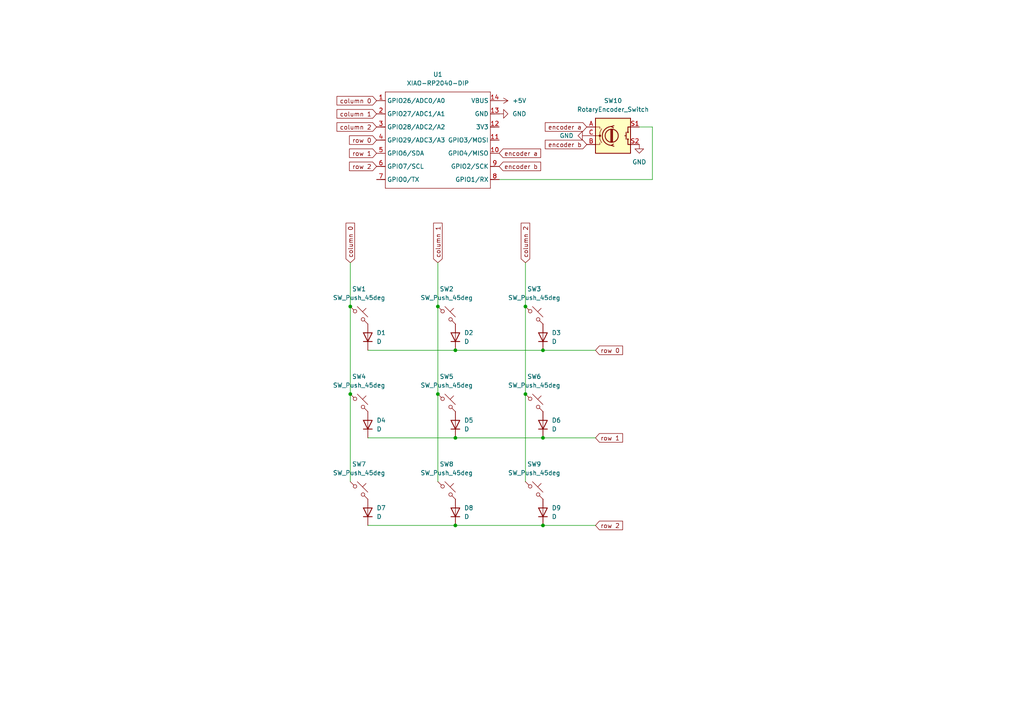
<source format=kicad_sch>
(kicad_sch
	(version 20231120)
	(generator "eeschema")
	(generator_version "8.0")
	(uuid "245dcc82-0a19-49e7-bea1-3fae968f0464")
	(paper "A4")
	(lib_symbols
		(symbol "Device:D"
			(pin_numbers hide)
			(pin_names
				(offset 1.016) hide)
			(exclude_from_sim no)
			(in_bom yes)
			(on_board yes)
			(property "Reference" "D"
				(at 0 2.54 0)
				(effects
					(font
						(size 1.27 1.27)
					)
				)
			)
			(property "Value" "D"
				(at 0 -2.54 0)
				(effects
					(font
						(size 1.27 1.27)
					)
				)
			)
			(property "Footprint" ""
				(at 0 0 0)
				(effects
					(font
						(size 1.27 1.27)
					)
					(hide yes)
				)
			)
			(property "Datasheet" "~"
				(at 0 0 0)
				(effects
					(font
						(size 1.27 1.27)
					)
					(hide yes)
				)
			)
			(property "Description" "Diode"
				(at 0 0 0)
				(effects
					(font
						(size 1.27 1.27)
					)
					(hide yes)
				)
			)
			(property "Sim.Device" "D"
				(at 0 0 0)
				(effects
					(font
						(size 1.27 1.27)
					)
					(hide yes)
				)
			)
			(property "Sim.Pins" "1=K 2=A"
				(at 0 0 0)
				(effects
					(font
						(size 1.27 1.27)
					)
					(hide yes)
				)
			)
			(property "ki_keywords" "diode"
				(at 0 0 0)
				(effects
					(font
						(size 1.27 1.27)
					)
					(hide yes)
				)
			)
			(property "ki_fp_filters" "TO-???* *_Diode_* *SingleDiode* D_*"
				(at 0 0 0)
				(effects
					(font
						(size 1.27 1.27)
					)
					(hide yes)
				)
			)
			(symbol "D_0_1"
				(polyline
					(pts
						(xy -1.27 1.27) (xy -1.27 -1.27)
					)
					(stroke
						(width 0.254)
						(type default)
					)
					(fill
						(type none)
					)
				)
				(polyline
					(pts
						(xy 1.27 0) (xy -1.27 0)
					)
					(stroke
						(width 0)
						(type default)
					)
					(fill
						(type none)
					)
				)
				(polyline
					(pts
						(xy 1.27 1.27) (xy 1.27 -1.27) (xy -1.27 0) (xy 1.27 1.27)
					)
					(stroke
						(width 0.254)
						(type default)
					)
					(fill
						(type none)
					)
				)
			)
			(symbol "D_1_1"
				(pin passive line
					(at -3.81 0 0)
					(length 2.54)
					(name "K"
						(effects
							(font
								(size 1.27 1.27)
							)
						)
					)
					(number "1"
						(effects
							(font
								(size 1.27 1.27)
							)
						)
					)
				)
				(pin passive line
					(at 3.81 0 180)
					(length 2.54)
					(name "A"
						(effects
							(font
								(size 1.27 1.27)
							)
						)
					)
					(number "2"
						(effects
							(font
								(size 1.27 1.27)
							)
						)
					)
				)
			)
		)
		(symbol "Device:RotaryEncoder_Switch"
			(pin_names
				(offset 0.254) hide)
			(exclude_from_sim no)
			(in_bom yes)
			(on_board yes)
			(property "Reference" "SW"
				(at 0 6.604 0)
				(effects
					(font
						(size 1.27 1.27)
					)
				)
			)
			(property "Value" "RotaryEncoder_Switch"
				(at 0 -6.604 0)
				(effects
					(font
						(size 1.27 1.27)
					)
				)
			)
			(property "Footprint" ""
				(at -3.81 4.064 0)
				(effects
					(font
						(size 1.27 1.27)
					)
					(hide yes)
				)
			)
			(property "Datasheet" "~"
				(at 0 6.604 0)
				(effects
					(font
						(size 1.27 1.27)
					)
					(hide yes)
				)
			)
			(property "Description" "Rotary encoder, dual channel, incremental quadrate outputs, with switch"
				(at 0 0 0)
				(effects
					(font
						(size 1.27 1.27)
					)
					(hide yes)
				)
			)
			(property "ki_keywords" "rotary switch encoder switch push button"
				(at 0 0 0)
				(effects
					(font
						(size 1.27 1.27)
					)
					(hide yes)
				)
			)
			(property "ki_fp_filters" "RotaryEncoder*Switch*"
				(at 0 0 0)
				(effects
					(font
						(size 1.27 1.27)
					)
					(hide yes)
				)
			)
			(symbol "RotaryEncoder_Switch_0_1"
				(rectangle
					(start -5.08 5.08)
					(end 5.08 -5.08)
					(stroke
						(width 0.254)
						(type default)
					)
					(fill
						(type background)
					)
				)
				(circle
					(center -3.81 0)
					(radius 0.254)
					(stroke
						(width 0)
						(type default)
					)
					(fill
						(type outline)
					)
				)
				(circle
					(center -0.381 0)
					(radius 1.905)
					(stroke
						(width 0.254)
						(type default)
					)
					(fill
						(type none)
					)
				)
				(arc
					(start -0.381 2.667)
					(mid -3.0988 -0.0635)
					(end -0.381 -2.794)
					(stroke
						(width 0.254)
						(type default)
					)
					(fill
						(type none)
					)
				)
				(polyline
					(pts
						(xy -0.635 -1.778) (xy -0.635 1.778)
					)
					(stroke
						(width 0.254)
						(type default)
					)
					(fill
						(type none)
					)
				)
				(polyline
					(pts
						(xy -0.381 -1.778) (xy -0.381 1.778)
					)
					(stroke
						(width 0.254)
						(type default)
					)
					(fill
						(type none)
					)
				)
				(polyline
					(pts
						(xy -0.127 1.778) (xy -0.127 -1.778)
					)
					(stroke
						(width 0.254)
						(type default)
					)
					(fill
						(type none)
					)
				)
				(polyline
					(pts
						(xy 3.81 0) (xy 3.429 0)
					)
					(stroke
						(width 0.254)
						(type default)
					)
					(fill
						(type none)
					)
				)
				(polyline
					(pts
						(xy 3.81 1.016) (xy 3.81 -1.016)
					)
					(stroke
						(width 0.254)
						(type default)
					)
					(fill
						(type none)
					)
				)
				(polyline
					(pts
						(xy -5.08 -2.54) (xy -3.81 -2.54) (xy -3.81 -2.032)
					)
					(stroke
						(width 0)
						(type default)
					)
					(fill
						(type none)
					)
				)
				(polyline
					(pts
						(xy -5.08 2.54) (xy -3.81 2.54) (xy -3.81 2.032)
					)
					(stroke
						(width 0)
						(type default)
					)
					(fill
						(type none)
					)
				)
				(polyline
					(pts
						(xy 0.254 -3.048) (xy -0.508 -2.794) (xy 0.127 -2.413)
					)
					(stroke
						(width 0.254)
						(type default)
					)
					(fill
						(type none)
					)
				)
				(polyline
					(pts
						(xy 0.254 2.921) (xy -0.508 2.667) (xy 0.127 2.286)
					)
					(stroke
						(width 0.254)
						(type default)
					)
					(fill
						(type none)
					)
				)
				(polyline
					(pts
						(xy 5.08 -2.54) (xy 4.318 -2.54) (xy 4.318 -1.016)
					)
					(stroke
						(width 0.254)
						(type default)
					)
					(fill
						(type none)
					)
				)
				(polyline
					(pts
						(xy 5.08 2.54) (xy 4.318 2.54) (xy 4.318 1.016)
					)
					(stroke
						(width 0.254)
						(type default)
					)
					(fill
						(type none)
					)
				)
				(polyline
					(pts
						(xy -5.08 0) (xy -3.81 0) (xy -3.81 -1.016) (xy -3.302 -2.032)
					)
					(stroke
						(width 0)
						(type default)
					)
					(fill
						(type none)
					)
				)
				(polyline
					(pts
						(xy -4.318 0) (xy -3.81 0) (xy -3.81 1.016) (xy -3.302 2.032)
					)
					(stroke
						(width 0)
						(type default)
					)
					(fill
						(type none)
					)
				)
				(circle
					(center 4.318 -1.016)
					(radius 0.127)
					(stroke
						(width 0.254)
						(type default)
					)
					(fill
						(type none)
					)
				)
				(circle
					(center 4.318 1.016)
					(radius 0.127)
					(stroke
						(width 0.254)
						(type default)
					)
					(fill
						(type none)
					)
				)
			)
			(symbol "RotaryEncoder_Switch_1_1"
				(pin passive line
					(at -7.62 2.54 0)
					(length 2.54)
					(name "A"
						(effects
							(font
								(size 1.27 1.27)
							)
						)
					)
					(number "A"
						(effects
							(font
								(size 1.27 1.27)
							)
						)
					)
				)
				(pin passive line
					(at -7.62 -2.54 0)
					(length 2.54)
					(name "B"
						(effects
							(font
								(size 1.27 1.27)
							)
						)
					)
					(number "B"
						(effects
							(font
								(size 1.27 1.27)
							)
						)
					)
				)
				(pin passive line
					(at -7.62 0 0)
					(length 2.54)
					(name "C"
						(effects
							(font
								(size 1.27 1.27)
							)
						)
					)
					(number "C"
						(effects
							(font
								(size 1.27 1.27)
							)
						)
					)
				)
				(pin passive line
					(at 7.62 2.54 180)
					(length 2.54)
					(name "S1"
						(effects
							(font
								(size 1.27 1.27)
							)
						)
					)
					(number "S1"
						(effects
							(font
								(size 1.27 1.27)
							)
						)
					)
				)
				(pin passive line
					(at 7.62 -2.54 180)
					(length 2.54)
					(name "S2"
						(effects
							(font
								(size 1.27 1.27)
							)
						)
					)
					(number "S2"
						(effects
							(font
								(size 1.27 1.27)
							)
						)
					)
				)
			)
		)
		(symbol "OPL:XIAO-RP2040-DIP"
			(exclude_from_sim no)
			(in_bom yes)
			(on_board yes)
			(property "Reference" "U"
				(at 0 0 0)
				(effects
					(font
						(size 1.27 1.27)
					)
				)
			)
			(property "Value" "XIAO-RP2040-DIP"
				(at 5.334 -1.778 0)
				(effects
					(font
						(size 1.27 1.27)
					)
				)
			)
			(property "Footprint" "Module:MOUDLE14P-XIAO-DIP-SMD"
				(at 14.478 -32.258 0)
				(effects
					(font
						(size 1.27 1.27)
					)
					(hide yes)
				)
			)
			(property "Datasheet" ""
				(at 0 0 0)
				(effects
					(font
						(size 1.27 1.27)
					)
					(hide yes)
				)
			)
			(property "Description" ""
				(at 0 0 0)
				(effects
					(font
						(size 1.27 1.27)
					)
					(hide yes)
				)
			)
			(symbol "XIAO-RP2040-DIP_1_0"
				(polyline
					(pts
						(xy -1.27 -30.48) (xy -1.27 -16.51)
					)
					(stroke
						(width 0.1524)
						(type solid)
					)
					(fill
						(type none)
					)
				)
				(polyline
					(pts
						(xy -1.27 -27.94) (xy -2.54 -27.94)
					)
					(stroke
						(width 0.1524)
						(type solid)
					)
					(fill
						(type none)
					)
				)
				(polyline
					(pts
						(xy -1.27 -24.13) (xy -2.54 -24.13)
					)
					(stroke
						(width 0.1524)
						(type solid)
					)
					(fill
						(type none)
					)
				)
				(polyline
					(pts
						(xy -1.27 -20.32) (xy -2.54 -20.32)
					)
					(stroke
						(width 0.1524)
						(type solid)
					)
					(fill
						(type none)
					)
				)
				(polyline
					(pts
						(xy -1.27 -16.51) (xy -2.54 -16.51)
					)
					(stroke
						(width 0.1524)
						(type solid)
					)
					(fill
						(type none)
					)
				)
				(polyline
					(pts
						(xy -1.27 -16.51) (xy -1.27 -12.7)
					)
					(stroke
						(width 0.1524)
						(type solid)
					)
					(fill
						(type none)
					)
				)
				(polyline
					(pts
						(xy -1.27 -12.7) (xy -2.54 -12.7)
					)
					(stroke
						(width 0.1524)
						(type solid)
					)
					(fill
						(type none)
					)
				)
				(polyline
					(pts
						(xy -1.27 -12.7) (xy -1.27 -8.89)
					)
					(stroke
						(width 0.1524)
						(type solid)
					)
					(fill
						(type none)
					)
				)
				(polyline
					(pts
						(xy -1.27 -8.89) (xy -2.54 -8.89)
					)
					(stroke
						(width 0.1524)
						(type solid)
					)
					(fill
						(type none)
					)
				)
				(polyline
					(pts
						(xy -1.27 -8.89) (xy -1.27 -5.08)
					)
					(stroke
						(width 0.1524)
						(type solid)
					)
					(fill
						(type none)
					)
				)
				(polyline
					(pts
						(xy -1.27 -5.08) (xy -2.54 -5.08)
					)
					(stroke
						(width 0.1524)
						(type solid)
					)
					(fill
						(type none)
					)
				)
				(polyline
					(pts
						(xy -1.27 -5.08) (xy -1.27 -2.54)
					)
					(stroke
						(width 0.1524)
						(type solid)
					)
					(fill
						(type none)
					)
				)
				(polyline
					(pts
						(xy -1.27 -2.54) (xy 29.21 -2.54)
					)
					(stroke
						(width 0.1524)
						(type solid)
					)
					(fill
						(type none)
					)
				)
				(polyline
					(pts
						(xy 29.21 -30.48) (xy -1.27 -30.48)
					)
					(stroke
						(width 0.1524)
						(type solid)
					)
					(fill
						(type none)
					)
				)
				(polyline
					(pts
						(xy 29.21 -12.7) (xy 29.21 -30.48)
					)
					(stroke
						(width 0.1524)
						(type solid)
					)
					(fill
						(type none)
					)
				)
				(polyline
					(pts
						(xy 29.21 -8.89) (xy 29.21 -12.7)
					)
					(stroke
						(width 0.1524)
						(type solid)
					)
					(fill
						(type none)
					)
				)
				(polyline
					(pts
						(xy 29.21 -5.08) (xy 29.21 -8.89)
					)
					(stroke
						(width 0.1524)
						(type solid)
					)
					(fill
						(type none)
					)
				)
				(polyline
					(pts
						(xy 29.21 -2.54) (xy 29.21 -5.08)
					)
					(stroke
						(width 0.1524)
						(type solid)
					)
					(fill
						(type none)
					)
				)
				(polyline
					(pts
						(xy 30.48 -27.94) (xy 29.21 -27.94)
					)
					(stroke
						(width 0.1524)
						(type solid)
					)
					(fill
						(type none)
					)
				)
				(polyline
					(pts
						(xy 30.48 -24.13) (xy 29.21 -24.13)
					)
					(stroke
						(width 0.1524)
						(type solid)
					)
					(fill
						(type none)
					)
				)
				(polyline
					(pts
						(xy 30.48 -20.32) (xy 29.21 -20.32)
					)
					(stroke
						(width 0.1524)
						(type solid)
					)
					(fill
						(type none)
					)
				)
				(polyline
					(pts
						(xy 30.48 -16.51) (xy 29.21 -16.51)
					)
					(stroke
						(width 0.1524)
						(type solid)
					)
					(fill
						(type none)
					)
				)
				(polyline
					(pts
						(xy 30.48 -12.7) (xy 29.21 -12.7)
					)
					(stroke
						(width 0.1524)
						(type solid)
					)
					(fill
						(type none)
					)
				)
				(polyline
					(pts
						(xy 30.48 -8.89) (xy 29.21 -8.89)
					)
					(stroke
						(width 0.1524)
						(type solid)
					)
					(fill
						(type none)
					)
				)
				(polyline
					(pts
						(xy 30.48 -5.08) (xy 29.21 -5.08)
					)
					(stroke
						(width 0.1524)
						(type solid)
					)
					(fill
						(type none)
					)
				)
				(pin passive line
					(at -3.81 -5.08 0)
					(length 2.54)
					(name "GPIO26/ADC0/A0"
						(effects
							(font
								(size 1.27 1.27)
							)
						)
					)
					(number "1"
						(effects
							(font
								(size 1.27 1.27)
							)
						)
					)
				)
				(pin passive line
					(at 31.75 -20.32 180)
					(length 2.54)
					(name "GPIO4/MISO"
						(effects
							(font
								(size 1.27 1.27)
							)
						)
					)
					(number "10"
						(effects
							(font
								(size 1.27 1.27)
							)
						)
					)
				)
				(pin passive line
					(at 31.75 -16.51 180)
					(length 2.54)
					(name "GPIO3/MOSI"
						(effects
							(font
								(size 1.27 1.27)
							)
						)
					)
					(number "11"
						(effects
							(font
								(size 1.27 1.27)
							)
						)
					)
				)
				(pin passive line
					(at 31.75 -12.7 180)
					(length 2.54)
					(name "3V3"
						(effects
							(font
								(size 1.27 1.27)
							)
						)
					)
					(number "12"
						(effects
							(font
								(size 1.27 1.27)
							)
						)
					)
				)
				(pin passive line
					(at 31.75 -8.89 180)
					(length 2.54)
					(name "GND"
						(effects
							(font
								(size 1.27 1.27)
							)
						)
					)
					(number "13"
						(effects
							(font
								(size 1.27 1.27)
							)
						)
					)
				)
				(pin passive line
					(at 31.75 -5.08 180)
					(length 2.54)
					(name "VBUS"
						(effects
							(font
								(size 1.27 1.27)
							)
						)
					)
					(number "14"
						(effects
							(font
								(size 1.27 1.27)
							)
						)
					)
				)
				(pin passive line
					(at -3.81 -8.89 0)
					(length 2.54)
					(name "GPIO27/ADC1/A1"
						(effects
							(font
								(size 1.27 1.27)
							)
						)
					)
					(number "2"
						(effects
							(font
								(size 1.27 1.27)
							)
						)
					)
				)
				(pin passive line
					(at -3.81 -12.7 0)
					(length 2.54)
					(name "GPIO28/ADC2/A2"
						(effects
							(font
								(size 1.27 1.27)
							)
						)
					)
					(number "3"
						(effects
							(font
								(size 1.27 1.27)
							)
						)
					)
				)
				(pin passive line
					(at -3.81 -16.51 0)
					(length 2.54)
					(name "GPIO29/ADC3/A3"
						(effects
							(font
								(size 1.27 1.27)
							)
						)
					)
					(number "4"
						(effects
							(font
								(size 1.27 1.27)
							)
						)
					)
				)
				(pin passive line
					(at -3.81 -20.32 0)
					(length 2.54)
					(name "GPIO6/SDA"
						(effects
							(font
								(size 1.27 1.27)
							)
						)
					)
					(number "5"
						(effects
							(font
								(size 1.27 1.27)
							)
						)
					)
				)
				(pin passive line
					(at -3.81 -24.13 0)
					(length 2.54)
					(name "GPIO7/SCL"
						(effects
							(font
								(size 1.27 1.27)
							)
						)
					)
					(number "6"
						(effects
							(font
								(size 1.27 1.27)
							)
						)
					)
				)
				(pin passive line
					(at -3.81 -27.94 0)
					(length 2.54)
					(name "GPIO0/TX"
						(effects
							(font
								(size 1.27 1.27)
							)
						)
					)
					(number "7"
						(effects
							(font
								(size 1.27 1.27)
							)
						)
					)
				)
				(pin passive line
					(at 31.75 -27.94 180)
					(length 2.54)
					(name "GPIO1/RX"
						(effects
							(font
								(size 1.27 1.27)
							)
						)
					)
					(number "8"
						(effects
							(font
								(size 1.27 1.27)
							)
						)
					)
				)
				(pin passive line
					(at 31.75 -24.13 180)
					(length 2.54)
					(name "GPIO2/SCK"
						(effects
							(font
								(size 1.27 1.27)
							)
						)
					)
					(number "9"
						(effects
							(font
								(size 1.27 1.27)
							)
						)
					)
				)
			)
		)
		(symbol "Switch:SW_Push_45deg"
			(pin_numbers hide)
			(pin_names
				(offset 1.016) hide)
			(exclude_from_sim no)
			(in_bom yes)
			(on_board yes)
			(property "Reference" "SW"
				(at 3.048 1.016 0)
				(effects
					(font
						(size 1.27 1.27)
					)
					(justify left)
				)
			)
			(property "Value" "SW_Push_45deg"
				(at 0 -3.81 0)
				(effects
					(font
						(size 1.27 1.27)
					)
				)
			)
			(property "Footprint" ""
				(at 0 0 0)
				(effects
					(font
						(size 1.27 1.27)
					)
					(hide yes)
				)
			)
			(property "Datasheet" "~"
				(at 0 0 0)
				(effects
					(font
						(size 1.27 1.27)
					)
					(hide yes)
				)
			)
			(property "Description" "Push button switch, normally open, two pins, 45° tilted"
				(at 0 0 0)
				(effects
					(font
						(size 1.27 1.27)
					)
					(hide yes)
				)
			)
			(property "ki_keywords" "switch normally-open pushbutton push-button"
				(at 0 0 0)
				(effects
					(font
						(size 1.27 1.27)
					)
					(hide yes)
				)
			)
			(symbol "SW_Push_45deg_0_1"
				(circle
					(center -1.1684 1.1684)
					(radius 0.508)
					(stroke
						(width 0)
						(type default)
					)
					(fill
						(type none)
					)
				)
				(polyline
					(pts
						(xy -0.508 2.54) (xy 2.54 -0.508)
					)
					(stroke
						(width 0)
						(type default)
					)
					(fill
						(type none)
					)
				)
				(polyline
					(pts
						(xy 1.016 1.016) (xy 2.032 2.032)
					)
					(stroke
						(width 0)
						(type default)
					)
					(fill
						(type none)
					)
				)
				(polyline
					(pts
						(xy -2.54 2.54) (xy -1.524 1.524) (xy -1.524 1.524)
					)
					(stroke
						(width 0)
						(type default)
					)
					(fill
						(type none)
					)
				)
				(polyline
					(pts
						(xy 1.524 -1.524) (xy 2.54 -2.54) (xy 2.54 -2.54) (xy 2.54 -2.54)
					)
					(stroke
						(width 0)
						(type default)
					)
					(fill
						(type none)
					)
				)
				(circle
					(center 1.143 -1.1938)
					(radius 0.508)
					(stroke
						(width 0)
						(type default)
					)
					(fill
						(type none)
					)
				)
				(pin passive line
					(at -2.54 2.54 0)
					(length 0)
					(name "1"
						(effects
							(font
								(size 1.27 1.27)
							)
						)
					)
					(number "1"
						(effects
							(font
								(size 1.27 1.27)
							)
						)
					)
				)
				(pin passive line
					(at 2.54 -2.54 180)
					(length 0)
					(name "2"
						(effects
							(font
								(size 1.27 1.27)
							)
						)
					)
					(number "2"
						(effects
							(font
								(size 1.27 1.27)
							)
						)
					)
				)
			)
		)
		(symbol "power:+5V"
			(power)
			(pin_numbers hide)
			(pin_names
				(offset 0) hide)
			(exclude_from_sim no)
			(in_bom yes)
			(on_board yes)
			(property "Reference" "#PWR"
				(at 0 -3.81 0)
				(effects
					(font
						(size 1.27 1.27)
					)
					(hide yes)
				)
			)
			(property "Value" "+5V"
				(at 0 3.556 0)
				(effects
					(font
						(size 1.27 1.27)
					)
				)
			)
			(property "Footprint" ""
				(at 0 0 0)
				(effects
					(font
						(size 1.27 1.27)
					)
					(hide yes)
				)
			)
			(property "Datasheet" ""
				(at 0 0 0)
				(effects
					(font
						(size 1.27 1.27)
					)
					(hide yes)
				)
			)
			(property "Description" "Power symbol creates a global label with name \"+5V\""
				(at 0 0 0)
				(effects
					(font
						(size 1.27 1.27)
					)
					(hide yes)
				)
			)
			(property "ki_keywords" "global power"
				(at 0 0 0)
				(effects
					(font
						(size 1.27 1.27)
					)
					(hide yes)
				)
			)
			(symbol "+5V_0_1"
				(polyline
					(pts
						(xy -0.762 1.27) (xy 0 2.54)
					)
					(stroke
						(width 0)
						(type default)
					)
					(fill
						(type none)
					)
				)
				(polyline
					(pts
						(xy 0 0) (xy 0 2.54)
					)
					(stroke
						(width 0)
						(type default)
					)
					(fill
						(type none)
					)
				)
				(polyline
					(pts
						(xy 0 2.54) (xy 0.762 1.27)
					)
					(stroke
						(width 0)
						(type default)
					)
					(fill
						(type none)
					)
				)
			)
			(symbol "+5V_1_1"
				(pin power_in line
					(at 0 0 90)
					(length 0)
					(name "~"
						(effects
							(font
								(size 1.27 1.27)
							)
						)
					)
					(number "1"
						(effects
							(font
								(size 1.27 1.27)
							)
						)
					)
				)
			)
		)
		(symbol "power:GND"
			(power)
			(pin_numbers hide)
			(pin_names
				(offset 0) hide)
			(exclude_from_sim no)
			(in_bom yes)
			(on_board yes)
			(property "Reference" "#PWR"
				(at 0 -6.35 0)
				(effects
					(font
						(size 1.27 1.27)
					)
					(hide yes)
				)
			)
			(property "Value" "GND"
				(at 0 -3.81 0)
				(effects
					(font
						(size 1.27 1.27)
					)
				)
			)
			(property "Footprint" ""
				(at 0 0 0)
				(effects
					(font
						(size 1.27 1.27)
					)
					(hide yes)
				)
			)
			(property "Datasheet" ""
				(at 0 0 0)
				(effects
					(font
						(size 1.27 1.27)
					)
					(hide yes)
				)
			)
			(property "Description" "Power symbol creates a global label with name \"GND\" , ground"
				(at 0 0 0)
				(effects
					(font
						(size 1.27 1.27)
					)
					(hide yes)
				)
			)
			(property "ki_keywords" "global power"
				(at 0 0 0)
				(effects
					(font
						(size 1.27 1.27)
					)
					(hide yes)
				)
			)
			(symbol "GND_0_1"
				(polyline
					(pts
						(xy 0 0) (xy 0 -1.27) (xy 1.27 -1.27) (xy 0 -2.54) (xy -1.27 -1.27) (xy 0 -1.27)
					)
					(stroke
						(width 0)
						(type default)
					)
					(fill
						(type none)
					)
				)
			)
			(symbol "GND_1_1"
				(pin power_in line
					(at 0 0 270)
					(length 0)
					(name "~"
						(effects
							(font
								(size 1.27 1.27)
							)
						)
					)
					(number "1"
						(effects
							(font
								(size 1.27 1.27)
							)
						)
					)
				)
			)
		)
	)
	(junction
		(at 152.4 88.9)
		(diameter 0)
		(color 0 0 0 0)
		(uuid "02145695-f9f5-4968-861d-e0f2a8494262")
	)
	(junction
		(at 101.6 114.3)
		(diameter 0)
		(color 0 0 0 0)
		(uuid "1de4ed54-a48c-4f49-986e-0cce3944bccc")
	)
	(junction
		(at 127 114.3)
		(diameter 0)
		(color 0 0 0 0)
		(uuid "285eb7c5-9ace-410b-b327-1e6d430aed32")
	)
	(junction
		(at 101.6 88.9)
		(diameter 0)
		(color 0 0 0 0)
		(uuid "339c7043-897f-4aed-b9fd-db3e5f52dd92")
	)
	(junction
		(at 157.48 152.4)
		(diameter 0)
		(color 0 0 0 0)
		(uuid "3d8b0751-037d-4389-98da-995d93b9d46d")
	)
	(junction
		(at 157.48 101.6)
		(diameter 0)
		(color 0 0 0 0)
		(uuid "470a17ae-05ca-42f4-97c8-3eddc9386e2c")
	)
	(junction
		(at 132.08 127)
		(diameter 0)
		(color 0 0 0 0)
		(uuid "524674f2-e5f7-4773-a1ce-8bff1c8bb8e3")
	)
	(junction
		(at 132.08 152.4)
		(diameter 0)
		(color 0 0 0 0)
		(uuid "745101c0-9b24-4fa0-a519-47aa9f7aa2d4")
	)
	(junction
		(at 127 88.9)
		(diameter 0)
		(color 0 0 0 0)
		(uuid "91dd98b8-87f0-4239-99fa-c1724d1c360d")
	)
	(junction
		(at 152.4 114.3)
		(diameter 0)
		(color 0 0 0 0)
		(uuid "9b638344-6c16-4e1b-a71d-4a4494c4b095")
	)
	(junction
		(at 157.48 127)
		(diameter 0)
		(color 0 0 0 0)
		(uuid "b4eaede8-8bfe-4f52-95a1-fbac3a79d1ef")
	)
	(junction
		(at 132.08 101.6)
		(diameter 0)
		(color 0 0 0 0)
		(uuid "c4965c32-ed9d-46cf-8176-b8c1dd11cac0")
	)
	(wire
		(pts
			(xy 189.23 52.07) (xy 144.78 52.07)
		)
		(stroke
			(width 0)
			(type default)
		)
		(uuid "02bee619-b3b9-4f77-907c-303711321c9a")
	)
	(wire
		(pts
			(xy 101.6 114.3) (xy 101.6 139.7)
		)
		(stroke
			(width 0)
			(type default)
		)
		(uuid "02c0aea5-f6c9-46e1-9df3-73f3573c7d0a")
	)
	(wire
		(pts
			(xy 152.4 114.3) (xy 152.4 139.7)
		)
		(stroke
			(width 0)
			(type default)
		)
		(uuid "1fcf698e-bb40-4ddb-8d69-27b9a57d46f3")
	)
	(wire
		(pts
			(xy 127 114.3) (xy 127 139.7)
		)
		(stroke
			(width 0)
			(type default)
		)
		(uuid "2d6c78c0-f9ca-4449-9b70-b9f1130abcd1")
	)
	(wire
		(pts
			(xy 127 76.2) (xy 127 88.9)
		)
		(stroke
			(width 0)
			(type default)
		)
		(uuid "3322a997-2a76-497c-ab01-7a80199a235a")
	)
	(wire
		(pts
			(xy 152.4 76.2) (xy 152.4 88.9)
		)
		(stroke
			(width 0)
			(type default)
		)
		(uuid "40636f8c-30ff-4bb2-a379-401295108d60")
	)
	(wire
		(pts
			(xy 185.42 36.83) (xy 189.23 36.83)
		)
		(stroke
			(width 0)
			(type default)
		)
		(uuid "509a5e73-42dd-48d0-b239-b750917e4603")
	)
	(wire
		(pts
			(xy 106.68 127) (xy 132.08 127)
		)
		(stroke
			(width 0)
			(type default)
		)
		(uuid "619a6b6c-0ddb-4219-9884-475d39a0f779")
	)
	(wire
		(pts
			(xy 132.08 127) (xy 157.48 127)
		)
		(stroke
			(width 0)
			(type default)
		)
		(uuid "80568772-f6af-43f1-9cac-a8c2b276e066")
	)
	(wire
		(pts
			(xy 101.6 76.2) (xy 101.6 88.9)
		)
		(stroke
			(width 0)
			(type default)
		)
		(uuid "8de4e16f-bbff-45a9-9802-4ef81d79b838")
	)
	(wire
		(pts
			(xy 106.68 152.4) (xy 132.08 152.4)
		)
		(stroke
			(width 0)
			(type default)
		)
		(uuid "a61503f3-bdf3-4323-b2b0-7409a4c10d1b")
	)
	(wire
		(pts
			(xy 127 88.9) (xy 127 114.3)
		)
		(stroke
			(width 0)
			(type default)
		)
		(uuid "a6ba8dbf-b282-4f61-b813-bfdb97f56749")
	)
	(wire
		(pts
			(xy 157.48 101.6) (xy 172.72 101.6)
		)
		(stroke
			(width 0)
			(type default)
		)
		(uuid "b2719767-927e-4abc-a589-9db2265d25dc")
	)
	(wire
		(pts
			(xy 157.48 152.4) (xy 172.72 152.4)
		)
		(stroke
			(width 0)
			(type default)
		)
		(uuid "bb5ba5e5-20fc-40c3-8a0c-1629d7fb69cf")
	)
	(wire
		(pts
			(xy 101.6 88.9) (xy 101.6 114.3)
		)
		(stroke
			(width 0)
			(type default)
		)
		(uuid "be330d76-a5da-46fb-9f49-68f722e9f850")
	)
	(wire
		(pts
			(xy 152.4 88.9) (xy 152.4 114.3)
		)
		(stroke
			(width 0)
			(type default)
		)
		(uuid "be775bea-b57a-481e-ae5a-cfd84a44f692")
	)
	(wire
		(pts
			(xy 189.23 36.83) (xy 189.23 52.07)
		)
		(stroke
			(width 0)
			(type default)
		)
		(uuid "d30f9eff-fc00-4bb4-996e-ce94e388b8c9")
	)
	(wire
		(pts
			(xy 132.08 101.6) (xy 157.48 101.6)
		)
		(stroke
			(width 0)
			(type default)
		)
		(uuid "df3b937b-500f-4c87-8f95-c7f47efe995a")
	)
	(wire
		(pts
			(xy 132.08 152.4) (xy 157.48 152.4)
		)
		(stroke
			(width 0)
			(type default)
		)
		(uuid "f368d432-d937-4d14-ab07-be5ac31aeecf")
	)
	(wire
		(pts
			(xy 157.48 127) (xy 172.72 127)
		)
		(stroke
			(width 0)
			(type default)
		)
		(uuid "f977b2c4-c0e6-4ed2-b307-d6b515265563")
	)
	(wire
		(pts
			(xy 106.68 101.6) (xy 132.08 101.6)
		)
		(stroke
			(width 0)
			(type default)
		)
		(uuid "fd5db4df-a8ab-4b4c-893f-c9af244ef031")
	)
	(global_label "column 0"
		(shape input)
		(at 101.6 76.2 90)
		(fields_autoplaced yes)
		(effects
			(font
				(size 1.27 1.27)
			)
			(justify left)
		)
		(uuid "02d8c14a-556b-4be8-b1c3-96ca832fce7e")
		(property "Intersheetrefs" "${INTERSHEET_REFS}"
			(at 101.6 64.1436 90)
			(effects
				(font
					(size 1.27 1.27)
				)
				(justify left)
				(hide yes)
			)
		)
	)
	(global_label "row 2"
		(shape input)
		(at 172.72 152.4 0)
		(fields_autoplaced yes)
		(effects
			(font
				(size 1.27 1.27)
			)
			(justify left)
		)
		(uuid "056f88cf-0dae-4510-b60f-4334d5a5f6cc")
		(property "Intersheetrefs" "${INTERSHEET_REFS}"
			(at 181.148 152.4 0)
			(effects
				(font
					(size 1.27 1.27)
				)
				(justify left)
				(hide yes)
			)
		)
	)
	(global_label "row 0"
		(shape input)
		(at 109.22 40.64 180)
		(fields_autoplaced yes)
		(effects
			(font
				(size 1.27 1.27)
			)
			(justify right)
		)
		(uuid "067f570f-2b49-4dc6-8887-37ab628f34ff")
		(property "Intersheetrefs" "${INTERSHEET_REFS}"
			(at 100.792 40.64 0)
			(effects
				(font
					(size 1.27 1.27)
				)
				(justify right)
				(hide yes)
			)
		)
	)
	(global_label "encoder a"
		(shape input)
		(at 144.78 44.45 0)
		(fields_autoplaced yes)
		(effects
			(font
				(size 1.27 1.27)
			)
			(justify left)
		)
		(uuid "068220da-8722-4281-b7c3-1d97c4c034bb")
		(property "Intersheetrefs" "${INTERSHEET_REFS}"
			(at 157.3808 44.45 0)
			(effects
				(font
					(size 1.27 1.27)
				)
				(justify left)
				(hide yes)
			)
		)
	)
	(global_label "row 0"
		(shape input)
		(at 172.72 101.6 0)
		(fields_autoplaced yes)
		(effects
			(font
				(size 1.27 1.27)
			)
			(justify left)
		)
		(uuid "1e9a8cfc-defc-4fab-bb55-6d0ebb31fe01")
		(property "Intersheetrefs" "${INTERSHEET_REFS}"
			(at 181.148 101.6 0)
			(effects
				(font
					(size 1.27 1.27)
				)
				(justify left)
				(hide yes)
			)
		)
	)
	(global_label "row 1"
		(shape input)
		(at 172.72 127 0)
		(fields_autoplaced yes)
		(effects
			(font
				(size 1.27 1.27)
			)
			(justify left)
		)
		(uuid "327f2350-72a0-4419-8240-d89d8f9f7eff")
		(property "Intersheetrefs" "${INTERSHEET_REFS}"
			(at 181.148 127 0)
			(effects
				(font
					(size 1.27 1.27)
				)
				(justify left)
				(hide yes)
			)
		)
	)
	(global_label "encoder a"
		(shape input)
		(at 170.18 36.83 180)
		(fields_autoplaced yes)
		(effects
			(font
				(size 1.27 1.27)
			)
			(justify right)
		)
		(uuid "3f0668a2-ec56-4f5d-afc4-f074129f869d")
		(property "Intersheetrefs" "${INTERSHEET_REFS}"
			(at 157.5792 36.83 0)
			(effects
				(font
					(size 1.27 1.27)
				)
				(justify right)
				(hide yes)
			)
		)
	)
	(global_label "column 0"
		(shape input)
		(at 109.22 29.21 180)
		(fields_autoplaced yes)
		(effects
			(font
				(size 1.27 1.27)
			)
			(justify right)
		)
		(uuid "43bc32f3-784b-426d-9069-7d07fcdc9922")
		(property "Intersheetrefs" "${INTERSHEET_REFS}"
			(at 97.1636 29.21 0)
			(effects
				(font
					(size 1.27 1.27)
				)
				(justify right)
				(hide yes)
			)
		)
	)
	(global_label "column 2"
		(shape input)
		(at 109.22 36.83 180)
		(fields_autoplaced yes)
		(effects
			(font
				(size 1.27 1.27)
			)
			(justify right)
		)
		(uuid "84f1e14b-e139-4f1b-8599-cd25e896dc54")
		(property "Intersheetrefs" "${INTERSHEET_REFS}"
			(at 97.1636 36.83 0)
			(effects
				(font
					(size 1.27 1.27)
				)
				(justify right)
				(hide yes)
			)
		)
	)
	(global_label "row 1"
		(shape input)
		(at 109.22 44.45 180)
		(fields_autoplaced yes)
		(effects
			(font
				(size 1.27 1.27)
			)
			(justify right)
		)
		(uuid "9a09f357-44f3-45ae-9c28-fd5f2976154f")
		(property "Intersheetrefs" "${INTERSHEET_REFS}"
			(at 100.792 44.45 0)
			(effects
				(font
					(size 1.27 1.27)
				)
				(justify right)
				(hide yes)
			)
		)
	)
	(global_label "column 1"
		(shape input)
		(at 127 76.2 90)
		(fields_autoplaced yes)
		(effects
			(font
				(size 1.27 1.27)
			)
			(justify left)
		)
		(uuid "a80fb425-0395-476b-9a56-26d51b205861")
		(property "Intersheetrefs" "${INTERSHEET_REFS}"
			(at 127 64.1436 90)
			(effects
				(font
					(size 1.27 1.27)
				)
				(justify left)
				(hide yes)
			)
		)
	)
	(global_label "column 2"
		(shape input)
		(at 152.4 76.2 90)
		(fields_autoplaced yes)
		(effects
			(font
				(size 1.27 1.27)
			)
			(justify left)
		)
		(uuid "b596f13d-7d2c-4609-a7d5-c0344fa1d551")
		(property "Intersheetrefs" "${INTERSHEET_REFS}"
			(at 152.4 64.1436 90)
			(effects
				(font
					(size 1.27 1.27)
				)
				(justify left)
				(hide yes)
			)
		)
	)
	(global_label "column 1"
		(shape input)
		(at 109.22 33.02 180)
		(fields_autoplaced yes)
		(effects
			(font
				(size 1.27 1.27)
			)
			(justify right)
		)
		(uuid "c01ae006-03d3-46a6-a9b2-b2a68b6fc367")
		(property "Intersheetrefs" "${INTERSHEET_REFS}"
			(at 97.1636 33.02 0)
			(effects
				(font
					(size 1.27 1.27)
				)
				(justify right)
				(hide yes)
			)
		)
	)
	(global_label "encoder b"
		(shape input)
		(at 170.18 41.91 180)
		(fields_autoplaced yes)
		(effects
			(font
				(size 1.27 1.27)
			)
			(justify right)
		)
		(uuid "e459612f-8a0b-4436-9025-81461f318d19")
		(property "Intersheetrefs" "${INTERSHEET_REFS}"
			(at 157.5792 41.91 0)
			(effects
				(font
					(size 1.27 1.27)
				)
				(justify right)
				(hide yes)
			)
		)
	)
	(global_label "encoder b"
		(shape input)
		(at 144.78 48.26 0)
		(fields_autoplaced yes)
		(effects
			(font
				(size 1.27 1.27)
			)
			(justify left)
		)
		(uuid "ea3c72bd-99e3-452e-99e2-023060acb486")
		(property "Intersheetrefs" "${INTERSHEET_REFS}"
			(at 157.3808 48.26 0)
			(effects
				(font
					(size 1.27 1.27)
				)
				(justify left)
				(hide yes)
			)
		)
	)
	(global_label "row 2"
		(shape input)
		(at 109.22 48.26 180)
		(fields_autoplaced yes)
		(effects
			(font
				(size 1.27 1.27)
			)
			(justify right)
		)
		(uuid "fbdd58c3-81bc-4520-9a79-54fc3fe76039")
		(property "Intersheetrefs" "${INTERSHEET_REFS}"
			(at 100.792 48.26 0)
			(effects
				(font
					(size 1.27 1.27)
				)
				(justify right)
				(hide yes)
			)
		)
	)
	(symbol
		(lib_id "Switch:SW_Push_45deg")
		(at 154.94 116.84 0)
		(unit 1)
		(exclude_from_sim no)
		(in_bom yes)
		(on_board yes)
		(dnp no)
		(fields_autoplaced yes)
		(uuid "01558708-4f65-4ea7-94cd-07080edb2f27")
		(property "Reference" "SW6"
			(at 154.94 109.22 0)
			(effects
				(font
					(size 1.27 1.27)
				)
			)
		)
		(property "Value" "SW_Push_45deg"
			(at 154.94 111.76 0)
			(effects
				(font
					(size 1.27 1.27)
				)
			)
		)
		(property "Footprint" "Button_Switch_Keyboard:SW_Cherry_MX_1.00u_PCB"
			(at 154.94 116.84 0)
			(effects
				(font
					(size 1.27 1.27)
				)
				(hide yes)
			)
		)
		(property "Datasheet" "~"
			(at 154.94 116.84 0)
			(effects
				(font
					(size 1.27 1.27)
				)
				(hide yes)
			)
		)
		(property "Description" "Push button switch, normally open, two pins, 45° tilted"
			(at 154.94 116.84 0)
			(effects
				(font
					(size 1.27 1.27)
				)
				(hide yes)
			)
		)
		(pin "2"
			(uuid "d7edf14c-9203-4221-96ee-f6d79db7cc23")
		)
		(pin "1"
			(uuid "c4776309-ec17-4337-9676-a86cd47e1482")
		)
		(instances
			(project ""
				(path "/245dcc82-0a19-49e7-bea1-3fae968f0464"
					(reference "SW6")
					(unit 1)
				)
			)
		)
	)
	(symbol
		(lib_id "power:GND")
		(at 185.42 41.91 0)
		(unit 1)
		(exclude_from_sim no)
		(in_bom yes)
		(on_board yes)
		(dnp no)
		(fields_autoplaced yes)
		(uuid "09485932-a9a5-4cd6-9646-d47dcafc023a")
		(property "Reference" "#PWR04"
			(at 185.42 48.26 0)
			(effects
				(font
					(size 1.27 1.27)
				)
				(hide yes)
			)
		)
		(property "Value" "GND"
			(at 185.42 46.99 0)
			(effects
				(font
					(size 1.27 1.27)
				)
			)
		)
		(property "Footprint" ""
			(at 185.42 41.91 0)
			(effects
				(font
					(size 1.27 1.27)
				)
				(hide yes)
			)
		)
		(property "Datasheet" ""
			(at 185.42 41.91 0)
			(effects
				(font
					(size 1.27 1.27)
				)
				(hide yes)
			)
		)
		(property "Description" "Power symbol creates a global label with name \"GND\" , ground"
			(at 185.42 41.91 0)
			(effects
				(font
					(size 1.27 1.27)
				)
				(hide yes)
			)
		)
		(pin "1"
			(uuid "c6056d2b-9711-41a2-9684-fb7ee17408a7")
		)
		(instances
			(project ""
				(path "/245dcc82-0a19-49e7-bea1-3fae968f0464"
					(reference "#PWR04")
					(unit 1)
				)
			)
		)
	)
	(symbol
		(lib_id "Device:D")
		(at 106.68 148.59 90)
		(unit 1)
		(exclude_from_sim no)
		(in_bom yes)
		(on_board yes)
		(dnp no)
		(fields_autoplaced yes)
		(uuid "11056f60-4afd-4199-97ef-7135992a80fa")
		(property "Reference" "D7"
			(at 109.22 147.3199 90)
			(effects
				(font
					(size 1.27 1.27)
				)
				(justify right)
			)
		)
		(property "Value" "D"
			(at 109.22 149.8599 90)
			(effects
				(font
					(size 1.27 1.27)
				)
				(justify right)
			)
		)
		(property "Footprint" "LED_SMD:LED_SK6812MINI_PLCC4_3.5x3.5mm_P1.75mm"
			(at 106.68 148.59 0)
			(effects
				(font
					(size 1.27 1.27)
				)
				(hide yes)
			)
		)
		(property "Datasheet" "~"
			(at 106.68 148.59 0)
			(effects
				(font
					(size 1.27 1.27)
				)
				(hide yes)
			)
		)
		(property "Description" "Diode"
			(at 106.68 148.59 0)
			(effects
				(font
					(size 1.27 1.27)
				)
				(hide yes)
			)
		)
		(property "Sim.Device" "D"
			(at 106.68 148.59 0)
			(effects
				(font
					(size 1.27 1.27)
				)
				(hide yes)
			)
		)
		(property "Sim.Pins" "1=K 2=A"
			(at 106.68 148.59 0)
			(effects
				(font
					(size 1.27 1.27)
				)
				(hide yes)
			)
		)
		(pin "2"
			(uuid "e9a7118b-c1fd-4996-bcfe-e39920956442")
		)
		(pin "1"
			(uuid "d2059bcf-2470-4f96-ade7-4f462ed693c0")
		)
		(instances
			(project ""
				(path "/245dcc82-0a19-49e7-bea1-3fae968f0464"
					(reference "D7")
					(unit 1)
				)
			)
		)
	)
	(symbol
		(lib_id "Device:D")
		(at 132.08 148.59 90)
		(unit 1)
		(exclude_from_sim no)
		(in_bom yes)
		(on_board yes)
		(dnp no)
		(fields_autoplaced yes)
		(uuid "1c0bdd44-40b2-4cf5-be02-fd6a442315ec")
		(property "Reference" "D8"
			(at 134.62 147.3199 90)
			(effects
				(font
					(size 1.27 1.27)
				)
				(justify right)
			)
		)
		(property "Value" "D"
			(at 134.62 149.8599 90)
			(effects
				(font
					(size 1.27 1.27)
				)
				(justify right)
			)
		)
		(property "Footprint" "LED_SMD:LED_SK6812MINI_PLCC4_3.5x3.5mm_P1.75mm"
			(at 132.08 148.59 0)
			(effects
				(font
					(size 1.27 1.27)
				)
				(hide yes)
			)
		)
		(property "Datasheet" "~"
			(at 132.08 148.59 0)
			(effects
				(font
					(size 1.27 1.27)
				)
				(hide yes)
			)
		)
		(property "Description" "Diode"
			(at 132.08 148.59 0)
			(effects
				(font
					(size 1.27 1.27)
				)
				(hide yes)
			)
		)
		(property "Sim.Device" "D"
			(at 132.08 148.59 0)
			(effects
				(font
					(size 1.27 1.27)
				)
				(hide yes)
			)
		)
		(property "Sim.Pins" "1=K 2=A"
			(at 132.08 148.59 0)
			(effects
				(font
					(size 1.27 1.27)
				)
				(hide yes)
			)
		)
		(pin "1"
			(uuid "45074c8e-e126-4c7b-a5ca-b6f3e9891568")
		)
		(pin "2"
			(uuid "b95cd763-b363-43c4-9f1c-b648ec6f5ce8")
		)
		(instances
			(project ""
				(path "/245dcc82-0a19-49e7-bea1-3fae968f0464"
					(reference "D8")
					(unit 1)
				)
			)
		)
	)
	(symbol
		(lib_id "Switch:SW_Push_45deg")
		(at 154.94 142.24 0)
		(unit 1)
		(exclude_from_sim no)
		(in_bom yes)
		(on_board yes)
		(dnp no)
		(fields_autoplaced yes)
		(uuid "2e2f0d05-a2dc-467e-9088-c5062523cb98")
		(property "Reference" "SW9"
			(at 154.94 134.62 0)
			(effects
				(font
					(size 1.27 1.27)
				)
			)
		)
		(property "Value" "SW_Push_45deg"
			(at 154.94 137.16 0)
			(effects
				(font
					(size 1.27 1.27)
				)
			)
		)
		(property "Footprint" "Button_Switch_Keyboard:SW_Cherry_MX_1.00u_PCB"
			(at 154.94 142.24 0)
			(effects
				(font
					(size 1.27 1.27)
				)
				(hide yes)
			)
		)
		(property "Datasheet" "~"
			(at 154.94 142.24 0)
			(effects
				(font
					(size 1.27 1.27)
				)
				(hide yes)
			)
		)
		(property "Description" "Push button switch, normally open, two pins, 45° tilted"
			(at 154.94 142.24 0)
			(effects
				(font
					(size 1.27 1.27)
				)
				(hide yes)
			)
		)
		(pin "2"
			(uuid "7aef2b14-3389-4013-a738-6fedfec10d09")
		)
		(pin "1"
			(uuid "31eeab13-6e7c-4380-a103-cc5c274904c0")
		)
		(instances
			(project ""
				(path "/245dcc82-0a19-49e7-bea1-3fae968f0464"
					(reference "SW9")
					(unit 1)
				)
			)
		)
	)
	(symbol
		(lib_id "Switch:SW_Push_45deg")
		(at 129.54 116.84 0)
		(unit 1)
		(exclude_from_sim no)
		(in_bom yes)
		(on_board yes)
		(dnp no)
		(fields_autoplaced yes)
		(uuid "44ec481a-0b3c-4e37-aad7-f8931449c5c0")
		(property "Reference" "SW5"
			(at 129.54 109.22 0)
			(effects
				(font
					(size 1.27 1.27)
				)
			)
		)
		(property "Value" "SW_Push_45deg"
			(at 129.54 111.76 0)
			(effects
				(font
					(size 1.27 1.27)
				)
			)
		)
		(property "Footprint" "Button_Switch_Keyboard:SW_Cherry_MX_1.00u_PCB"
			(at 129.54 116.84 0)
			(effects
				(font
					(size 1.27 1.27)
				)
				(hide yes)
			)
		)
		(property "Datasheet" "~"
			(at 129.54 116.84 0)
			(effects
				(font
					(size 1.27 1.27)
				)
				(hide yes)
			)
		)
		(property "Description" "Push button switch, normally open, two pins, 45° tilted"
			(at 129.54 116.84 0)
			(effects
				(font
					(size 1.27 1.27)
				)
				(hide yes)
			)
		)
		(pin "1"
			(uuid "172c83a4-f915-4361-9b74-dc0a1009ac7b")
		)
		(pin "2"
			(uuid "d2caccfc-4c03-42b6-a100-fd333a9d60d8")
		)
		(instances
			(project ""
				(path "/245dcc82-0a19-49e7-bea1-3fae968f0464"
					(reference "SW5")
					(unit 1)
				)
			)
		)
	)
	(symbol
		(lib_id "Switch:SW_Push_45deg")
		(at 104.14 91.44 0)
		(unit 1)
		(exclude_from_sim no)
		(in_bom yes)
		(on_board yes)
		(dnp no)
		(fields_autoplaced yes)
		(uuid "5720b8a0-cb57-439a-ab95-0a6504363d11")
		(property "Reference" "SW1"
			(at 104.14 83.82 0)
			(effects
				(font
					(size 1.27 1.27)
				)
			)
		)
		(property "Value" "SW_Push_45deg"
			(at 104.14 86.36 0)
			(effects
				(font
					(size 1.27 1.27)
				)
			)
		)
		(property "Footprint" "Button_Switch_Keyboard:SW_Cherry_MX_1.00u_PCB"
			(at 104.14 91.44 0)
			(effects
				(font
					(size 1.27 1.27)
				)
				(hide yes)
			)
		)
		(property "Datasheet" "~"
			(at 104.14 91.44 0)
			(effects
				(font
					(size 1.27 1.27)
				)
				(hide yes)
			)
		)
		(property "Description" "Push button switch, normally open, two pins, 45° tilted"
			(at 104.14 91.44 0)
			(effects
				(font
					(size 1.27 1.27)
				)
				(hide yes)
			)
		)
		(pin "2"
			(uuid "1019b4c1-d5db-41c1-a224-62900adfe350")
		)
		(pin "1"
			(uuid "227c986d-7d24-4fd3-b9ff-48aabea8cfce")
		)
		(instances
			(project ""
				(path "/245dcc82-0a19-49e7-bea1-3fae968f0464"
					(reference "SW1")
					(unit 1)
				)
			)
		)
	)
	(symbol
		(lib_id "Device:D")
		(at 157.48 123.19 90)
		(unit 1)
		(exclude_from_sim no)
		(in_bom yes)
		(on_board yes)
		(dnp no)
		(fields_autoplaced yes)
		(uuid "6acaec16-628c-4d81-aa72-5055b27faf5b")
		(property "Reference" "D6"
			(at 160.02 121.9199 90)
			(effects
				(font
					(size 1.27 1.27)
				)
				(justify right)
			)
		)
		(property "Value" "D"
			(at 160.02 124.4599 90)
			(effects
				(font
					(size 1.27 1.27)
				)
				(justify right)
			)
		)
		(property "Footprint" "LED_SMD:LED_SK6812MINI_PLCC4_3.5x3.5mm_P1.75mm"
			(at 157.48 123.19 0)
			(effects
				(font
					(size 1.27 1.27)
				)
				(hide yes)
			)
		)
		(property "Datasheet" "~"
			(at 157.48 123.19 0)
			(effects
				(font
					(size 1.27 1.27)
				)
				(hide yes)
			)
		)
		(property "Description" "Diode"
			(at 157.48 123.19 0)
			(effects
				(font
					(size 1.27 1.27)
				)
				(hide yes)
			)
		)
		(property "Sim.Device" "D"
			(at 157.48 123.19 0)
			(effects
				(font
					(size 1.27 1.27)
				)
				(hide yes)
			)
		)
		(property "Sim.Pins" "1=K 2=A"
			(at 157.48 123.19 0)
			(effects
				(font
					(size 1.27 1.27)
				)
				(hide yes)
			)
		)
		(pin "2"
			(uuid "15dfb7f2-f10e-4e81-9611-0272005cf012")
		)
		(pin "1"
			(uuid "debc6c90-701d-41e4-b477-8b4d07091037")
		)
		(instances
			(project ""
				(path "/245dcc82-0a19-49e7-bea1-3fae968f0464"
					(reference "D6")
					(unit 1)
				)
			)
		)
	)
	(symbol
		(lib_id "Switch:SW_Push_45deg")
		(at 129.54 91.44 0)
		(unit 1)
		(exclude_from_sim no)
		(in_bom yes)
		(on_board yes)
		(dnp no)
		(fields_autoplaced yes)
		(uuid "6d2ecd88-0941-4234-855c-0b151550e786")
		(property "Reference" "SW2"
			(at 129.54 83.82 0)
			(effects
				(font
					(size 1.27 1.27)
				)
			)
		)
		(property "Value" "SW_Push_45deg"
			(at 129.54 86.36 0)
			(effects
				(font
					(size 1.27 1.27)
				)
			)
		)
		(property "Footprint" "Button_Switch_Keyboard:SW_Cherry_MX_1.00u_PCB"
			(at 129.54 91.44 0)
			(effects
				(font
					(size 1.27 1.27)
				)
				(hide yes)
			)
		)
		(property "Datasheet" "~"
			(at 129.54 91.44 0)
			(effects
				(font
					(size 1.27 1.27)
				)
				(hide yes)
			)
		)
		(property "Description" "Push button switch, normally open, two pins, 45° tilted"
			(at 129.54 91.44 0)
			(effects
				(font
					(size 1.27 1.27)
				)
				(hide yes)
			)
		)
		(pin "1"
			(uuid "40b015c2-3a4a-4518-9181-96cfd8af4eaa")
		)
		(pin "2"
			(uuid "4310622f-b1ca-4c58-9598-556524ab59d2")
		)
		(instances
			(project ""
				(path "/245dcc82-0a19-49e7-bea1-3fae968f0464"
					(reference "SW2")
					(unit 1)
				)
			)
		)
	)
	(symbol
		(lib_id "Device:D")
		(at 157.48 97.79 90)
		(unit 1)
		(exclude_from_sim no)
		(in_bom yes)
		(on_board yes)
		(dnp no)
		(fields_autoplaced yes)
		(uuid "6fd7b7c4-ea0b-40c0-823a-33d3da2c5d88")
		(property "Reference" "D3"
			(at 160.02 96.5199 90)
			(effects
				(font
					(size 1.27 1.27)
				)
				(justify right)
			)
		)
		(property "Value" "D"
			(at 160.02 99.0599 90)
			(effects
				(font
					(size 1.27 1.27)
				)
				(justify right)
			)
		)
		(property "Footprint" "LED_SMD:LED_SK6812MINI_PLCC4_3.5x3.5mm_P1.75mm"
			(at 157.48 97.79 0)
			(effects
				(font
					(size 1.27 1.27)
				)
				(hide yes)
			)
		)
		(property "Datasheet" "~"
			(at 157.48 97.79 0)
			(effects
				(font
					(size 1.27 1.27)
				)
				(hide yes)
			)
		)
		(property "Description" "Diode"
			(at 157.48 97.79 0)
			(effects
				(font
					(size 1.27 1.27)
				)
				(hide yes)
			)
		)
		(property "Sim.Device" "D"
			(at 157.48 97.79 0)
			(effects
				(font
					(size 1.27 1.27)
				)
				(hide yes)
			)
		)
		(property "Sim.Pins" "1=K 2=A"
			(at 157.48 97.79 0)
			(effects
				(font
					(size 1.27 1.27)
				)
				(hide yes)
			)
		)
		(pin "2"
			(uuid "4abdaec1-98f9-423a-a781-962530d72e3c")
		)
		(pin "1"
			(uuid "70e487ca-dc22-459a-bdcf-a9c4ff65fff4")
		)
		(instances
			(project ""
				(path "/245dcc82-0a19-49e7-bea1-3fae968f0464"
					(reference "D3")
					(unit 1)
				)
			)
		)
	)
	(symbol
		(lib_id "Switch:SW_Push_45deg")
		(at 104.14 116.84 0)
		(unit 1)
		(exclude_from_sim no)
		(in_bom yes)
		(on_board yes)
		(dnp no)
		(fields_autoplaced yes)
		(uuid "73cde161-8029-43d6-8583-bd4827f67a3a")
		(property "Reference" "SW4"
			(at 104.14 109.22 0)
			(effects
				(font
					(size 1.27 1.27)
				)
			)
		)
		(property "Value" "SW_Push_45deg"
			(at 104.14 111.76 0)
			(effects
				(font
					(size 1.27 1.27)
				)
			)
		)
		(property "Footprint" "Button_Switch_Keyboard:SW_Cherry_MX_1.00u_PCB"
			(at 104.14 116.84 0)
			(effects
				(font
					(size 1.27 1.27)
				)
				(hide yes)
			)
		)
		(property "Datasheet" "~"
			(at 104.14 116.84 0)
			(effects
				(font
					(size 1.27 1.27)
				)
				(hide yes)
			)
		)
		(property "Description" "Push button switch, normally open, two pins, 45° tilted"
			(at 104.14 116.84 0)
			(effects
				(font
					(size 1.27 1.27)
				)
				(hide yes)
			)
		)
		(pin "1"
			(uuid "e9294346-3004-4ddd-b247-eef3ccb1e69f")
		)
		(pin "2"
			(uuid "8edeadcd-d226-44b9-a053-5a01642a629f")
		)
		(instances
			(project ""
				(path "/245dcc82-0a19-49e7-bea1-3fae968f0464"
					(reference "SW4")
					(unit 1)
				)
			)
		)
	)
	(symbol
		(lib_id "Device:D")
		(at 106.68 123.19 90)
		(unit 1)
		(exclude_from_sim no)
		(in_bom yes)
		(on_board yes)
		(dnp no)
		(fields_autoplaced yes)
		(uuid "824863d9-4f12-4545-9515-5edc41fb8000")
		(property "Reference" "D4"
			(at 109.22 121.9199 90)
			(effects
				(font
					(size 1.27 1.27)
				)
				(justify right)
			)
		)
		(property "Value" "D"
			(at 109.22 124.4599 90)
			(effects
				(font
					(size 1.27 1.27)
				)
				(justify right)
			)
		)
		(property "Footprint" "LED_SMD:LED_SK6812MINI_PLCC4_3.5x3.5mm_P1.75mm"
			(at 106.68 123.19 0)
			(effects
				(font
					(size 1.27 1.27)
				)
				(hide yes)
			)
		)
		(property "Datasheet" "~"
			(at 106.68 123.19 0)
			(effects
				(font
					(size 1.27 1.27)
				)
				(hide yes)
			)
		)
		(property "Description" "Diode"
			(at 106.68 123.19 0)
			(effects
				(font
					(size 1.27 1.27)
				)
				(hide yes)
			)
		)
		(property "Sim.Device" "D"
			(at 106.68 123.19 0)
			(effects
				(font
					(size 1.27 1.27)
				)
				(hide yes)
			)
		)
		(property "Sim.Pins" "1=K 2=A"
			(at 106.68 123.19 0)
			(effects
				(font
					(size 1.27 1.27)
				)
				(hide yes)
			)
		)
		(pin "1"
			(uuid "e02d3447-ba0c-445e-a976-344eb7a2883b")
		)
		(pin "2"
			(uuid "62e9ecdb-ba37-47c7-a851-5134aa32814b")
		)
		(instances
			(project ""
				(path "/245dcc82-0a19-49e7-bea1-3fae968f0464"
					(reference "D4")
					(unit 1)
				)
			)
		)
	)
	(symbol
		(lib_id "Device:D")
		(at 106.68 97.79 90)
		(unit 1)
		(exclude_from_sim no)
		(in_bom yes)
		(on_board yes)
		(dnp no)
		(fields_autoplaced yes)
		(uuid "a87e7ea8-c815-4d8f-a68d-420a7f747d2a")
		(property "Reference" "D1"
			(at 109.22 96.5199 90)
			(effects
				(font
					(size 1.27 1.27)
				)
				(justify right)
			)
		)
		(property "Value" "D"
			(at 109.22 99.0599 90)
			(effects
				(font
					(size 1.27 1.27)
				)
				(justify right)
			)
		)
		(property "Footprint" "LED_SMD:LED_SK6812MINI_PLCC4_3.5x3.5mm_P1.75mm"
			(at 106.68 97.79 0)
			(effects
				(font
					(size 1.27 1.27)
				)
				(hide yes)
			)
		)
		(property "Datasheet" "~"
			(at 106.68 97.79 0)
			(effects
				(font
					(size 1.27 1.27)
				)
				(hide yes)
			)
		)
		(property "Description" "Diode"
			(at 106.68 97.79 0)
			(effects
				(font
					(size 1.27 1.27)
				)
				(hide yes)
			)
		)
		(property "Sim.Device" "D"
			(at 106.68 97.79 0)
			(effects
				(font
					(size 1.27 1.27)
				)
				(hide yes)
			)
		)
		(property "Sim.Pins" "1=K 2=A"
			(at 106.68 97.79 0)
			(effects
				(font
					(size 1.27 1.27)
				)
				(hide yes)
			)
		)
		(pin "2"
			(uuid "a3338fd7-4c64-4716-bf96-224027debb90")
		)
		(pin "1"
			(uuid "b62068bf-6138-4204-9e63-a1b35fbfb860")
		)
		(instances
			(project ""
				(path "/245dcc82-0a19-49e7-bea1-3fae968f0464"
					(reference "D1")
					(unit 1)
				)
			)
		)
	)
	(symbol
		(lib_id "power:GND")
		(at 170.18 39.37 270)
		(unit 1)
		(exclude_from_sim no)
		(in_bom yes)
		(on_board yes)
		(dnp no)
		(fields_autoplaced yes)
		(uuid "a8c4c37e-d04d-4c2f-b5b9-60031dba1698")
		(property "Reference" "#PWR03"
			(at 163.83 39.37 0)
			(effects
				(font
					(size 1.27 1.27)
				)
				(hide yes)
			)
		)
		(property "Value" "GND"
			(at 166.37 39.3699 90)
			(effects
				(font
					(size 1.27 1.27)
				)
				(justify right)
			)
		)
		(property "Footprint" ""
			(at 170.18 39.37 0)
			(effects
				(font
					(size 1.27 1.27)
				)
				(hide yes)
			)
		)
		(property "Datasheet" ""
			(at 170.18 39.37 0)
			(effects
				(font
					(size 1.27 1.27)
				)
				(hide yes)
			)
		)
		(property "Description" "Power symbol creates a global label with name \"GND\" , ground"
			(at 170.18 39.37 0)
			(effects
				(font
					(size 1.27 1.27)
				)
				(hide yes)
			)
		)
		(pin "1"
			(uuid "b8b95444-7ae0-4179-bd16-e52a0ce3d3ed")
		)
		(instances
			(project ""
				(path "/245dcc82-0a19-49e7-bea1-3fae968f0464"
					(reference "#PWR03")
					(unit 1)
				)
			)
		)
	)
	(symbol
		(lib_id "power:GND")
		(at 144.78 33.02 90)
		(unit 1)
		(exclude_from_sim no)
		(in_bom yes)
		(on_board yes)
		(dnp no)
		(fields_autoplaced yes)
		(uuid "b075ca15-34f3-4bea-8f50-f3f295151dcc")
		(property "Reference" "#PWR01"
			(at 151.13 33.02 0)
			(effects
				(font
					(size 1.27 1.27)
				)
				(hide yes)
			)
		)
		(property "Value" "GND"
			(at 148.59 33.0199 90)
			(effects
				(font
					(size 1.27 1.27)
				)
				(justify right)
			)
		)
		(property "Footprint" ""
			(at 144.78 33.02 0)
			(effects
				(font
					(size 1.27 1.27)
				)
				(hide yes)
			)
		)
		(property "Datasheet" ""
			(at 144.78 33.02 0)
			(effects
				(font
					(size 1.27 1.27)
				)
				(hide yes)
			)
		)
		(property "Description" "Power symbol creates a global label with name \"GND\" , ground"
			(at 144.78 33.02 0)
			(effects
				(font
					(size 1.27 1.27)
				)
				(hide yes)
			)
		)
		(pin "1"
			(uuid "f29c7298-4bc9-4d07-b915-474508256fcc")
		)
		(instances
			(project ""
				(path "/245dcc82-0a19-49e7-bea1-3fae968f0464"
					(reference "#PWR01")
					(unit 1)
				)
			)
		)
	)
	(symbol
		(lib_id "Switch:SW_Push_45deg")
		(at 154.94 91.44 0)
		(unit 1)
		(exclude_from_sim no)
		(in_bom yes)
		(on_board yes)
		(dnp no)
		(fields_autoplaced yes)
		(uuid "b28e84c4-ca94-44b2-8461-4fcfa2e9562b")
		(property "Reference" "SW3"
			(at 154.94 83.82 0)
			(effects
				(font
					(size 1.27 1.27)
				)
			)
		)
		(property "Value" "SW_Push_45deg"
			(at 154.94 86.36 0)
			(effects
				(font
					(size 1.27 1.27)
				)
			)
		)
		(property "Footprint" "Button_Switch_Keyboard:SW_Cherry_MX_1.00u_PCB"
			(at 154.94 91.44 0)
			(effects
				(font
					(size 1.27 1.27)
				)
				(hide yes)
			)
		)
		(property "Datasheet" "~"
			(at 154.94 91.44 0)
			(effects
				(font
					(size 1.27 1.27)
				)
				(hide yes)
			)
		)
		(property "Description" "Push button switch, normally open, two pins, 45° tilted"
			(at 154.94 91.44 0)
			(effects
				(font
					(size 1.27 1.27)
				)
				(hide yes)
			)
		)
		(pin "1"
			(uuid "70bce17c-a85f-4cbf-8524-bb27ec5f10f5")
		)
		(pin "2"
			(uuid "ebe6b87d-fa6b-40ec-98f8-12ca081223ec")
		)
		(instances
			(project ""
				(path "/245dcc82-0a19-49e7-bea1-3fae968f0464"
					(reference "SW3")
					(unit 1)
				)
			)
		)
	)
	(symbol
		(lib_id "Device:RotaryEncoder_Switch")
		(at 177.8 39.37 0)
		(unit 1)
		(exclude_from_sim no)
		(in_bom yes)
		(on_board yes)
		(dnp no)
		(fields_autoplaced yes)
		(uuid "b799998b-5993-40f2-8b12-3aab4c4dee4e")
		(property "Reference" "SW10"
			(at 177.8 29.21 0)
			(effects
				(font
					(size 1.27 1.27)
				)
			)
		)
		(property "Value" "RotaryEncoder_Switch"
			(at 177.8 31.75 0)
			(effects
				(font
					(size 1.27 1.27)
				)
			)
		)
		(property "Footprint" "Rotary_Encoder:RotaryEncoder_Alps_EC11E-Switch_Vertical_H20mm_CircularMountingHoles"
			(at 173.99 35.306 0)
			(effects
				(font
					(size 1.27 1.27)
				)
				(hide yes)
			)
		)
		(property "Datasheet" "~"
			(at 177.8 32.766 0)
			(effects
				(font
					(size 1.27 1.27)
				)
				(hide yes)
			)
		)
		(property "Description" "Rotary encoder, dual channel, incremental quadrate outputs, with switch"
			(at 177.8 39.37 0)
			(effects
				(font
					(size 1.27 1.27)
				)
				(hide yes)
			)
		)
		(pin "S1"
			(uuid "95363d00-2537-4116-bf55-d8999cfc3072")
		)
		(pin "B"
			(uuid "a59a413c-b3b4-4ebc-a45f-dd1a3128f126")
		)
		(pin "A"
			(uuid "0f38a651-1ee8-4141-933d-7de91c3634f8")
		)
		(pin "S2"
			(uuid "879282ee-3205-4291-82fc-de74e73218ec")
		)
		(pin "C"
			(uuid "67ad65fc-4fdc-499f-b728-73c88397e236")
		)
		(instances
			(project ""
				(path "/245dcc82-0a19-49e7-bea1-3fae968f0464"
					(reference "SW10")
					(unit 1)
				)
			)
		)
	)
	(symbol
		(lib_id "Device:D")
		(at 132.08 97.79 90)
		(unit 1)
		(exclude_from_sim no)
		(in_bom yes)
		(on_board yes)
		(dnp no)
		(fields_autoplaced yes)
		(uuid "d17f9dba-5b3f-4292-b796-fdbbc481fa26")
		(property "Reference" "D2"
			(at 134.62 96.5199 90)
			(effects
				(font
					(size 1.27 1.27)
				)
				(justify right)
			)
		)
		(property "Value" "D"
			(at 134.62 99.0599 90)
			(effects
				(font
					(size 1.27 1.27)
				)
				(justify right)
			)
		)
		(property "Footprint" "LED_SMD:LED_SK6812MINI_PLCC4_3.5x3.5mm_P1.75mm"
			(at 132.08 97.79 0)
			(effects
				(font
					(size 1.27 1.27)
				)
				(hide yes)
			)
		)
		(property "Datasheet" "~"
			(at 132.08 97.79 0)
			(effects
				(font
					(size 1.27 1.27)
				)
				(hide yes)
			)
		)
		(property "Description" "Diode"
			(at 132.08 97.79 0)
			(effects
				(font
					(size 1.27 1.27)
				)
				(hide yes)
			)
		)
		(property "Sim.Device" "D"
			(at 132.08 97.79 0)
			(effects
				(font
					(size 1.27 1.27)
				)
				(hide yes)
			)
		)
		(property "Sim.Pins" "1=K 2=A"
			(at 132.08 97.79 0)
			(effects
				(font
					(size 1.27 1.27)
				)
				(hide yes)
			)
		)
		(pin "1"
			(uuid "87d86ea2-401d-4eb0-b2ff-ef26de01d4c5")
		)
		(pin "2"
			(uuid "a47f9491-66cf-469d-b1e7-092fefad42cd")
		)
		(instances
			(project ""
				(path "/245dcc82-0a19-49e7-bea1-3fae968f0464"
					(reference "D2")
					(unit 1)
				)
			)
		)
	)
	(symbol
		(lib_id "Switch:SW_Push_45deg")
		(at 129.54 142.24 0)
		(unit 1)
		(exclude_from_sim no)
		(in_bom yes)
		(on_board yes)
		(dnp no)
		(fields_autoplaced yes)
		(uuid "d7fe2d15-8068-409c-8a3b-0a3449ef61f5")
		(property "Reference" "SW8"
			(at 129.54 134.62 0)
			(effects
				(font
					(size 1.27 1.27)
				)
			)
		)
		(property "Value" "SW_Push_45deg"
			(at 129.54 137.16 0)
			(effects
				(font
					(size 1.27 1.27)
				)
			)
		)
		(property "Footprint" "Button_Switch_Keyboard:SW_Cherry_MX_1.00u_PCB"
			(at 129.54 142.24 0)
			(effects
				(font
					(size 1.27 1.27)
				)
				(hide yes)
			)
		)
		(property "Datasheet" "~"
			(at 129.54 142.24 0)
			(effects
				(font
					(size 1.27 1.27)
				)
				(hide yes)
			)
		)
		(property "Description" "Push button switch, normally open, two pins, 45° tilted"
			(at 129.54 142.24 0)
			(effects
				(font
					(size 1.27 1.27)
				)
				(hide yes)
			)
		)
		(pin "2"
			(uuid "26bbe86f-61ad-4e40-9027-a35893816c6a")
		)
		(pin "1"
			(uuid "38693796-1ecf-455c-abbf-81a0173cd121")
		)
		(instances
			(project ""
				(path "/245dcc82-0a19-49e7-bea1-3fae968f0464"
					(reference "SW8")
					(unit 1)
				)
			)
		)
	)
	(symbol
		(lib_id "Device:D")
		(at 132.08 123.19 90)
		(unit 1)
		(exclude_from_sim no)
		(in_bom yes)
		(on_board yes)
		(dnp no)
		(fields_autoplaced yes)
		(uuid "eaafe4a4-a0cb-4f7f-bcf9-94631c7c430e")
		(property "Reference" "D5"
			(at 134.62 121.9199 90)
			(effects
				(font
					(size 1.27 1.27)
				)
				(justify right)
			)
		)
		(property "Value" "D"
			(at 134.62 124.4599 90)
			(effects
				(font
					(size 1.27 1.27)
				)
				(justify right)
			)
		)
		(property "Footprint" "LED_SMD:LED_SK6812MINI_PLCC4_3.5x3.5mm_P1.75mm"
			(at 132.08 123.19 0)
			(effects
				(font
					(size 1.27 1.27)
				)
				(hide yes)
			)
		)
		(property "Datasheet" "~"
			(at 132.08 123.19 0)
			(effects
				(font
					(size 1.27 1.27)
				)
				(hide yes)
			)
		)
		(property "Description" "Diode"
			(at 132.08 123.19 0)
			(effects
				(font
					(size 1.27 1.27)
				)
				(hide yes)
			)
		)
		(property "Sim.Device" "D"
			(at 132.08 123.19 0)
			(effects
				(font
					(size 1.27 1.27)
				)
				(hide yes)
			)
		)
		(property "Sim.Pins" "1=K 2=A"
			(at 132.08 123.19 0)
			(effects
				(font
					(size 1.27 1.27)
				)
				(hide yes)
			)
		)
		(pin "1"
			(uuid "1333a47a-c018-46a1-b2c5-ff6d0172d0fc")
		)
		(pin "2"
			(uuid "0e18dc1a-e687-430f-88e3-73dfd8eaa163")
		)
		(instances
			(project ""
				(path "/245dcc82-0a19-49e7-bea1-3fae968f0464"
					(reference "D5")
					(unit 1)
				)
			)
		)
	)
	(symbol
		(lib_id "power:+5V")
		(at 144.78 29.21 270)
		(unit 1)
		(exclude_from_sim no)
		(in_bom yes)
		(on_board yes)
		(dnp no)
		(fields_autoplaced yes)
		(uuid "f2b31c93-fd22-4f53-8061-29bd8c455137")
		(property "Reference" "#PWR02"
			(at 140.97 29.21 0)
			(effects
				(font
					(size 1.27 1.27)
				)
				(hide yes)
			)
		)
		(property "Value" "+5V"
			(at 148.59 29.2099 90)
			(effects
				(font
					(size 1.27 1.27)
				)
				(justify left)
			)
		)
		(property "Footprint" ""
			(at 144.78 29.21 0)
			(effects
				(font
					(size 1.27 1.27)
				)
				(hide yes)
			)
		)
		(property "Datasheet" ""
			(at 144.78 29.21 0)
			(effects
				(font
					(size 1.27 1.27)
				)
				(hide yes)
			)
		)
		(property "Description" "Power symbol creates a global label with name \"+5V\""
			(at 144.78 29.21 0)
			(effects
				(font
					(size 1.27 1.27)
				)
				(hide yes)
			)
		)
		(pin "1"
			(uuid "87754939-97ab-46e5-9780-ae7a87089f49")
		)
		(instances
			(project ""
				(path "/245dcc82-0a19-49e7-bea1-3fae968f0464"
					(reference "#PWR02")
					(unit 1)
				)
			)
		)
	)
	(symbol
		(lib_id "Device:D")
		(at 157.48 148.59 90)
		(unit 1)
		(exclude_from_sim no)
		(in_bom yes)
		(on_board yes)
		(dnp no)
		(fields_autoplaced yes)
		(uuid "fb0b63e7-43fd-4cbd-8f21-48444dd33f45")
		(property "Reference" "D9"
			(at 160.02 147.3199 90)
			(effects
				(font
					(size 1.27 1.27)
				)
				(justify right)
			)
		)
		(property "Value" "D"
			(at 160.02 149.8599 90)
			(effects
				(font
					(size 1.27 1.27)
				)
				(justify right)
			)
		)
		(property "Footprint" "LED_SMD:LED_SK6812MINI_PLCC4_3.5x3.5mm_P1.75mm"
			(at 157.48 148.59 0)
			(effects
				(font
					(size 1.27 1.27)
				)
				(hide yes)
			)
		)
		(property "Datasheet" "~"
			(at 157.48 148.59 0)
			(effects
				(font
					(size 1.27 1.27)
				)
				(hide yes)
			)
		)
		(property "Description" "Diode"
			(at 157.48 148.59 0)
			(effects
				(font
					(size 1.27 1.27)
				)
				(hide yes)
			)
		)
		(property "Sim.Device" "D"
			(at 157.48 148.59 0)
			(effects
				(font
					(size 1.27 1.27)
				)
				(hide yes)
			)
		)
		(property "Sim.Pins" "1=K 2=A"
			(at 157.48 148.59 0)
			(effects
				(font
					(size 1.27 1.27)
				)
				(hide yes)
			)
		)
		(pin "2"
			(uuid "937aee31-2757-4ad0-81a5-383db6acf2bb")
		)
		(pin "1"
			(uuid "56aefb7b-0e6d-4c47-a723-332adf667d1c")
		)
		(instances
			(project ""
				(path "/245dcc82-0a19-49e7-bea1-3fae968f0464"
					(reference "D9")
					(unit 1)
				)
			)
		)
	)
	(symbol
		(lib_id "Switch:SW_Push_45deg")
		(at 104.14 142.24 0)
		(unit 1)
		(exclude_from_sim no)
		(in_bom yes)
		(on_board yes)
		(dnp no)
		(fields_autoplaced yes)
		(uuid "febd7abe-95ce-4a6b-be1d-3867d29b4e7c")
		(property "Reference" "SW7"
			(at 104.14 134.62 0)
			(effects
				(font
					(size 1.27 1.27)
				)
			)
		)
		(property "Value" "SW_Push_45deg"
			(at 104.14 137.16 0)
			(effects
				(font
					(size 1.27 1.27)
				)
			)
		)
		(property "Footprint" "Button_Switch_Keyboard:SW_Cherry_MX_1.00u_PCB"
			(at 104.14 142.24 0)
			(effects
				(font
					(size 1.27 1.27)
				)
				(hide yes)
			)
		)
		(property "Datasheet" "~"
			(at 104.14 142.24 0)
			(effects
				(font
					(size 1.27 1.27)
				)
				(hide yes)
			)
		)
		(property "Description" "Push button switch, normally open, two pins, 45° tilted"
			(at 104.14 142.24 0)
			(effects
				(font
					(size 1.27 1.27)
				)
				(hide yes)
			)
		)
		(pin "1"
			(uuid "045258d9-40f5-49c9-a872-284b5b3a603f")
		)
		(pin "2"
			(uuid "ecd393d5-3802-4886-b0cd-308ccba6d8db")
		)
		(instances
			(project ""
				(path "/245dcc82-0a19-49e7-bea1-3fae968f0464"
					(reference "SW7")
					(unit 1)
				)
			)
		)
	)
	(symbol
		(lib_id "OPL:XIAO-RP2040-DIP")
		(at 113.03 24.13 0)
		(unit 1)
		(exclude_from_sim no)
		(in_bom yes)
		(on_board yes)
		(dnp no)
		(uuid "fef87c58-6e7f-4216-8dc2-5f7b7b5f55be")
		(property "Reference" "U1"
			(at 127 21.59 0)
			(effects
				(font
					(size 1.27 1.27)
				)
			)
		)
		(property "Value" "XIAO-RP2040-DIP"
			(at 127 24.13 0)
			(effects
				(font
					(size 1.27 1.27)
				)
			)
		)
		(property "Footprint" "OPL:XIAO-RP2040-DIP"
			(at 127.508 56.388 0)
			(effects
				(font
					(size 1.27 1.27)
				)
				(hide yes)
			)
		)
		(property "Datasheet" ""
			(at 113.03 24.13 0)
			(effects
				(font
					(size 1.27 1.27)
				)
				(hide yes)
			)
		)
		(property "Description" ""
			(at 113.03 24.13 0)
			(effects
				(font
					(size 1.27 1.27)
				)
				(hide yes)
			)
		)
		(pin "12"
			(uuid "4ab7b236-1433-458e-a8ab-c02fd933d722")
		)
		(pin "4"
			(uuid "caf82e40-453e-4e5f-96e2-6896bde24be4")
		)
		(pin "14"
			(uuid "220514f9-132f-4360-9b05-4702ab932853")
		)
		(pin "6"
			(uuid "6802e7d5-cc2e-4e38-bb4d-ac94bf4f2330")
		)
		(pin "11"
			(uuid "51ace45e-6906-4f23-9840-89eb334972b9")
		)
		(pin "1"
			(uuid "df472cb7-196a-439b-b068-035ab607c70d")
		)
		(pin "2"
			(uuid "d8c69911-339a-4b9e-891d-1f9fb753d8bc")
		)
		(pin "5"
			(uuid "bf544715-cf14-4279-8445-9c0bc52b191c")
		)
		(pin "13"
			(uuid "bc3b1616-f42d-49b2-94b4-c598e8e08757")
		)
		(pin "9"
			(uuid "1b77b6ea-8bf4-46b6-9968-f8cc658b4e78")
		)
		(pin "10"
			(uuid "b4f67d29-7cd7-4b3a-ba00-dc85d6a29b70")
		)
		(pin "3"
			(uuid "f539093f-5273-4a87-abc5-1818bbc0ab8c")
		)
		(pin "7"
			(uuid "d9136dfc-9445-439f-a319-a91726da4c68")
		)
		(pin "8"
			(uuid "199e8d16-88c2-4886-b854-79327321a092")
		)
		(instances
			(project ""
				(path "/245dcc82-0a19-49e7-bea1-3fae968f0464"
					(reference "U1")
					(unit 1)
				)
			)
		)
	)
	(sheet_instances
		(path "/"
			(page "1")
		)
	)
)

</source>
